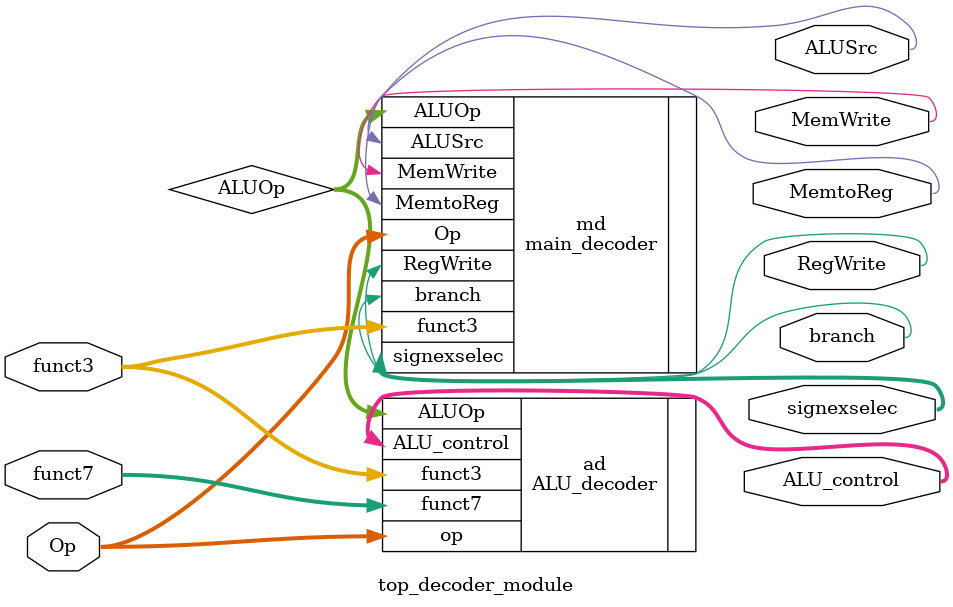
<source format=sv>
module top_decoder_module(
    input [6:0] Op, // opcode
    input [2:0] funct3, // instruction funct3 field
    input [6:0] funct7, // instruction funct7 field
    output logic RegWrite, // register write enable
    output logic ALUSrc, // ALU source select
    output [3:0] ALU_control, // output for ALU
    output logic MemWrite, // Memory write enable for I-type (store) instructions
    output logic MemtoReg, // Memory to register data path control signal
    output logic [1:0] signexselec, // Sign-extend mux selection
    output logic branch // Branching instruction	 
);

    logic [1:0] ALUOp; // Intermediate signal for ALU operation

    // Instantiate the main_decoder module
    main_decoder md(
        .Op(Op),
        .RegWrite(RegWrite),
        .ALUOp(ALUOp),
        .ALUSrc(ALUSrc),
        .MemWrite(MemWrite),
        .MemtoReg(MemtoReg),
        .signexselec(signexselec),
		  .funct3(funct3),
        .branch(branch)

    );

    // Instantiate the ALU_decoder module
    ALU_decoder ad(
        .ALUOp(ALUOp),
        .funct3(funct3),
        .funct7(funct7),
		  .op(Op),
        .ALU_control(ALU_control)
    );

endmodule

</source>
